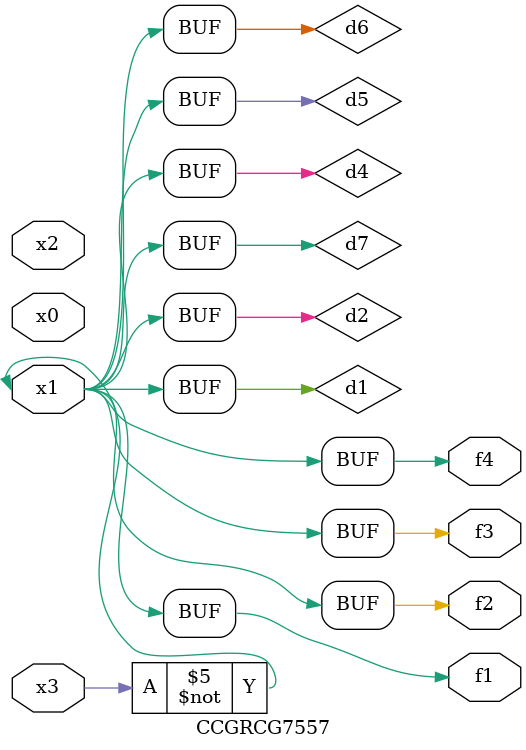
<source format=v>
module CCGRCG7557(
	input x0, x1, x2, x3,
	output f1, f2, f3, f4
);

	wire d1, d2, d3, d4, d5, d6, d7;

	not (d1, x3);
	buf (d2, x1);
	xnor (d3, d1, d2);
	nor (d4, d1);
	buf (d5, d1, d2);
	buf (d6, d4, d5);
	nand (d7, d4);
	assign f1 = d6;
	assign f2 = d7;
	assign f3 = d6;
	assign f4 = d6;
endmodule

</source>
